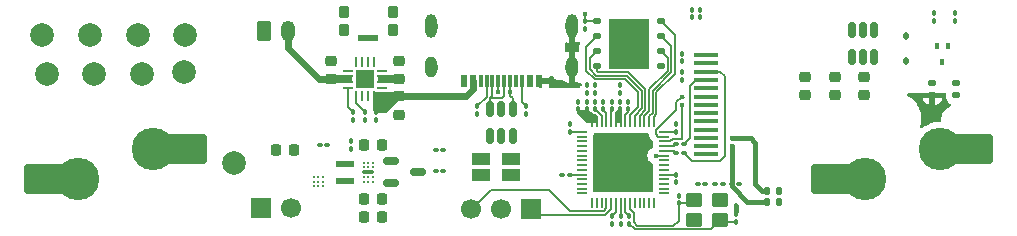
<source format=gbr>
%TF.GenerationSoftware,KiCad,Pcbnew,9.0.3*%
%TF.CreationDate,2025-07-16T18:33:31-04:00*%
%TF.ProjectId,board,626f6172-642e-46b6-9963-61645f706362,rev?*%
%TF.SameCoordinates,Original*%
%TF.FileFunction,Copper,L4,Bot*%
%TF.FilePolarity,Positive*%
%FSLAX46Y46*%
G04 Gerber Fmt 4.6, Leading zero omitted, Abs format (unit mm)*
G04 Created by KiCad (PCBNEW 9.0.3) date 2025-07-16 18:33:31*
%MOMM*%
%LPD*%
G01*
G04 APERTURE LIST*
G04 Aperture macros list*
%AMRoundRect*
0 Rectangle with rounded corners*
0 $1 Rounding radius*
0 $2 $3 $4 $5 $6 $7 $8 $9 X,Y pos of 4 corners*
0 Add a 4 corners polygon primitive as box body*
4,1,4,$2,$3,$4,$5,$6,$7,$8,$9,$2,$3,0*
0 Add four circle primitives for the rounded corners*
1,1,$1+$1,$2,$3*
1,1,$1+$1,$4,$5*
1,1,$1+$1,$6,$7*
1,1,$1+$1,$8,$9*
0 Add four rect primitives between the rounded corners*
20,1,$1+$1,$2,$3,$4,$5,0*
20,1,$1+$1,$4,$5,$6,$7,0*
20,1,$1+$1,$6,$7,$8,$9,0*
20,1,$1+$1,$8,$9,$2,$3,0*%
G04 Aperture macros list end*
%TA.AperFunction,Conductor*%
%ADD10C,0.000000*%
%TD*%
%TA.AperFunction,EtchedComponent*%
%ADD11C,0.000000*%
%TD*%
%TA.AperFunction,SMDPad,CuDef*%
%ADD12RoundRect,0.100000X0.100000X-0.130000X0.100000X0.130000X-0.100000X0.130000X-0.100000X-0.130000X0*%
%TD*%
%TA.AperFunction,SMDPad,CuDef*%
%ADD13RoundRect,0.225000X0.250000X-0.225000X0.250000X0.225000X-0.250000X0.225000X-0.250000X-0.225000X0*%
%TD*%
%TA.AperFunction,SMDPad,CuDef*%
%ADD14C,2.000000*%
%TD*%
%TA.AperFunction,SMDPad,CuDef*%
%ADD15RoundRect,0.100000X-0.100000X0.130000X-0.100000X-0.130000X0.100000X-0.130000X0.100000X0.130000X0*%
%TD*%
%TA.AperFunction,SMDPad,CuDef*%
%ADD16RoundRect,0.225000X-0.250000X0.225000X-0.250000X-0.225000X0.250000X-0.225000X0.250000X0.225000X0*%
%TD*%
%TA.AperFunction,HeatsinkPad*%
%ADD17R,1.600000X1.600000*%
%TD*%
%TA.AperFunction,SMDPad,CuDef*%
%ADD18RoundRect,0.062500X-0.062500X-0.375000X0.062500X-0.375000X0.062500X0.375000X-0.062500X0.375000X0*%
%TD*%
%TA.AperFunction,SMDPad,CuDef*%
%ADD19RoundRect,0.062500X-0.375000X-0.062500X0.375000X-0.062500X0.375000X0.062500X-0.375000X0.062500X0*%
%TD*%
%TA.AperFunction,ComponentPad*%
%ADD20RoundRect,0.250000X-0.350000X-0.625000X0.350000X-0.625000X0.350000X0.625000X-0.350000X0.625000X0*%
%TD*%
%TA.AperFunction,ComponentPad*%
%ADD21O,1.200000X1.750000*%
%TD*%
%TA.AperFunction,SMDPad,CuDef*%
%ADD22RoundRect,0.112500X-0.112500X0.187500X-0.112500X-0.187500X0.112500X-0.187500X0.112500X0.187500X0*%
%TD*%
%TA.AperFunction,SMDPad,CuDef*%
%ADD23RoundRect,0.225000X-0.225000X-0.250000X0.225000X-0.250000X0.225000X0.250000X-0.225000X0.250000X0*%
%TD*%
%TA.AperFunction,SMDPad,CuDef*%
%ADD24RoundRect,0.150000X-0.512500X-0.150000X0.512500X-0.150000X0.512500X0.150000X-0.512500X0.150000X0*%
%TD*%
%TA.AperFunction,SMDPad,CuDef*%
%ADD25C,0.270000*%
%TD*%
%TA.AperFunction,SMDPad,CuDef*%
%ADD26C,0.296800*%
%TD*%
%TA.AperFunction,SMDPad,CuDef*%
%ADD27RoundRect,0.137500X-0.662500X0.137500X-0.662500X-0.137500X0.662500X-0.137500X0.662500X0.137500X0*%
%TD*%
%TA.AperFunction,SMDPad,CuDef*%
%ADD28RoundRect,0.250000X0.450000X0.350000X-0.450000X0.350000X-0.450000X-0.350000X0.450000X-0.350000X0*%
%TD*%
%TA.AperFunction,SMDPad,CuDef*%
%ADD29RoundRect,0.100000X-0.130000X-0.100000X0.130000X-0.100000X0.130000X0.100000X-0.130000X0.100000X0*%
%TD*%
%TA.AperFunction,ConnectorPad*%
%ADD30R,2.000000X0.350000*%
%TD*%
%TA.AperFunction,HeatsinkPad*%
%ADD31R,3.200000X3.200000*%
%TD*%
%TA.AperFunction,SMDPad,CuDef*%
%ADD32RoundRect,0.050000X0.050000X0.387500X-0.050000X0.387500X-0.050000X-0.387500X0.050000X-0.387500X0*%
%TD*%
%TA.AperFunction,SMDPad,CuDef*%
%ADD33RoundRect,0.050000X0.387500X0.050000X-0.387500X0.050000X-0.387500X-0.050000X0.387500X-0.050000X0*%
%TD*%
%TA.AperFunction,SMDPad,CuDef*%
%ADD34RoundRect,0.100000X0.130000X0.100000X-0.130000X0.100000X-0.130000X-0.100000X0.130000X-0.100000X0*%
%TD*%
%TA.AperFunction,ComponentPad*%
%ADD35R,1.700000X1.700000*%
%TD*%
%TA.AperFunction,ComponentPad*%
%ADD36C,1.700000*%
%TD*%
%TA.AperFunction,SMDPad,CuDef*%
%ADD37RoundRect,0.150000X0.150000X-0.512500X0.150000X0.512500X-0.150000X0.512500X-0.150000X-0.512500X0*%
%TD*%
%TA.AperFunction,SMDPad,CuDef*%
%ADD38R,0.600000X1.100000*%
%TD*%
%TA.AperFunction,SMDPad,CuDef*%
%ADD39R,0.300000X1.100000*%
%TD*%
%TA.AperFunction,ComponentPad*%
%ADD40O,1.000000X1.800000*%
%TD*%
%TA.AperFunction,ComponentPad*%
%ADD41O,1.000000X2.000000*%
%TD*%
%TA.AperFunction,SMDPad,CuDef*%
%ADD42RoundRect,0.100000X0.100000X-0.155000X0.100000X0.155000X-0.100000X0.155000X-0.100000X-0.155000X0*%
%TD*%
%TA.AperFunction,SMDPad,CuDef*%
%ADD43RoundRect,0.082500X-0.767500X-0.192500X0.767500X-0.192500X0.767500X0.192500X-0.767500X0.192500X0*%
%TD*%
%TA.AperFunction,SMDPad,CuDef*%
%ADD44RoundRect,0.135000X-0.315000X-0.365000X0.315000X-0.365000X0.315000X0.365000X-0.315000X0.365000X0*%
%TD*%
%TA.AperFunction,ComponentPad*%
%ADD45C,3.600000*%
%TD*%
%TA.AperFunction,SMDPad,CuDef*%
%ADD46RoundRect,0.250000X1.525000X1.000000X-1.525000X1.000000X-1.525000X-1.000000X1.525000X-1.000000X0*%
%TD*%
%TA.AperFunction,SMDPad,CuDef*%
%ADD47RoundRect,0.135000X-0.185000X0.135000X-0.185000X-0.135000X0.185000X-0.135000X0.185000X0.135000X0*%
%TD*%
%TA.AperFunction,SMDPad,CuDef*%
%ADD48RoundRect,0.140000X-0.140000X-0.170000X0.140000X-0.170000X0.140000X0.170000X-0.140000X0.170000X0*%
%TD*%
%TA.AperFunction,SMDPad,CuDef*%
%ADD49RoundRect,0.218750X-0.256250X0.218750X-0.256250X-0.218750X0.256250X-0.218750X0.256250X0.218750X0*%
%TD*%
%TA.AperFunction,SMDPad,CuDef*%
%ADD50RoundRect,0.150000X-0.150000X0.512500X-0.150000X-0.512500X0.150000X-0.512500X0.150000X0.512500X0*%
%TD*%
%TA.AperFunction,SMDPad,CuDef*%
%ADD51R,1.500000X1.000000*%
%TD*%
%TA.AperFunction,SMDPad,CuDef*%
%ADD52RoundRect,0.225000X0.225000X0.250000X-0.225000X0.250000X-0.225000X-0.250000X0.225000X-0.250000X0*%
%TD*%
%TA.AperFunction,SMDPad,CuDef*%
%ADD53RoundRect,0.125000X0.250000X0.125000X-0.250000X0.125000X-0.250000X-0.125000X0.250000X-0.125000X0*%
%TD*%
%TA.AperFunction,HeatsinkPad*%
%ADD54R,3.400000X4.300000*%
%TD*%
%TA.AperFunction,ViaPad*%
%ADD55C,0.450000*%
%TD*%
%TA.AperFunction,ViaPad*%
%ADD56C,0.600000*%
%TD*%
%TA.AperFunction,Conductor*%
%ADD57C,0.200000*%
%TD*%
%TA.AperFunction,Conductor*%
%ADD58C,0.600000*%
%TD*%
%TA.AperFunction,Conductor*%
%ADD59C,0.400000*%
%TD*%
G04 APERTURE END LIST*
D10*
%TA.AperFunction,Conductor*%
%TO.N,VBAT*%
G36*
X50337503Y-26550000D02*
G01*
X48637500Y-26550000D01*
X48637502Y-26149998D01*
X50337503Y-26149998D01*
X50337503Y-26550000D01*
G37*
%TD.AperFunction*%
%TA.AperFunction,Conductor*%
%TO.N,VBUS*%
G36*
X54400000Y-27900000D02*
G01*
X53200000Y-29100000D01*
X52400000Y-29100000D01*
X52200000Y-28900000D01*
X52200000Y-27400000D01*
X54400000Y-27400000D01*
X54400000Y-27900000D01*
G37*
%TD.AperFunction*%
%TA.AperFunction,Conductor*%
%TO.N,VSYS*%
G36*
X54237500Y-26150001D02*
G01*
X54237500Y-26550000D01*
X52537504Y-26550000D01*
X52537500Y-26149997D01*
X54237500Y-26150001D01*
G37*
%TD.AperFunction*%
%TA.AperFunction,Conductor*%
%TO.N,3V3*%
G36*
X73110000Y-29960000D02*
G01*
X72700000Y-29960000D01*
X72700000Y-29210000D01*
X72860000Y-29040000D01*
X73110000Y-29040000D01*
X73110000Y-29960000D01*
G37*
%TD.AperFunction*%
%TA.AperFunction,Conductor*%
G36*
X70300000Y-28920000D02*
G01*
X70690000Y-29340000D01*
X70920000Y-29370000D01*
X71110000Y-29570000D01*
X71110000Y-29970000D01*
X70250000Y-29970000D01*
X69500000Y-29180000D01*
X69500000Y-28910000D01*
X70300000Y-28920000D01*
G37*
%TD.AperFunction*%
D11*
%TA.AperFunction,EtchedComponent*%
%TD*%
%TO.C,NT1*%
G36*
X52092000Y-34348400D02*
G01*
X51295200Y-34348400D01*
X51295200Y-34051600D01*
X52092000Y-34051600D01*
X52092000Y-34348400D01*
G37*
%TD.AperFunction*%
D12*
%TO.P,C18,2*%
%TO.N,VBUS*%
X52400000Y-29125000D03*
%TO.P,C18,1*%
%TO.N,GND*%
X52400000Y-29765000D03*
%TD*%
D13*
%TO.P,C21,2*%
%TO.N,GND*%
X48575001Y-24774999D03*
%TO.P,C21,1*%
%TO.N,VBAT*%
X48575001Y-26324999D03*
%TD*%
%TO.P,C17,1*%
%TO.N,GND*%
X54337501Y-29325004D03*
%TO.P,C17,2*%
%TO.N,VBUS*%
X54337501Y-27775004D03*
%TD*%
D12*
%TO.P,R10,1*%
%TO.N,GND*%
X51437500Y-29769999D03*
%TO.P,R10,2*%
%TO.N,Net-(U4-ISET)*%
X51437500Y-29129999D03*
%TD*%
D14*
%TO.P,TP5,1,1*%
%TO.N,/SNS_~{CHG}*%
X32600000Y-25900000D03*
%TD*%
%TO.P,TP2,1,1*%
%TO.N,VSYS*%
X24500000Y-25900000D03*
%TD*%
D15*
%TO.P,R11,1*%
%TO.N,Net-(U4-TS)*%
X50437502Y-29129999D03*
%TO.P,R11,2*%
%TO.N,GND*%
X50437502Y-29769999D03*
%TD*%
D14*
%TO.P,TP4,1,1*%
%TO.N,/SNS_~{PGOOD}*%
X36250000Y-22600000D03*
%TD*%
D16*
%TO.P,C20,1*%
%TO.N,GND*%
X54337504Y-24774999D03*
%TO.P,C20,2*%
%TO.N,VSYS*%
X54337504Y-26324999D03*
%TD*%
D14*
%TO.P,TP3,1,1*%
%TO.N,VBAT*%
X28150000Y-22600000D03*
%TD*%
D17*
%TO.P,U4,17,VSS*%
%TO.N,GND*%
X51437500Y-26350000D03*
D18*
%TO.P,U4,16,ISET*%
%TO.N,Net-(U4-ISET)*%
X50687500Y-27787500D03*
%TO.P,U4,15,ITERM*%
%TO.N,unconnected-(U4-ITERM-Pad15)*%
X51187500Y-27787500D03*
%TO.P,U4,14,TMR*%
%TO.N,unconnected-(U4-TMR-Pad14)*%
X51687500Y-27787500D03*
%TO.P,U4,13,IN*%
%TO.N,VBUS*%
X52187500Y-27787500D03*
D19*
%TO.P,U4,12,ILIM*%
%TO.N,unconnected-(U4-ILIM-Pad12)*%
X52875000Y-27100000D03*
%TO.P,U4,11,OUT*%
%TO.N,VSYS*%
X52875000Y-26600000D03*
%TO.P,U4,10,OUT*%
X52875000Y-26100000D03*
%TO.P,U4,9,~{CHG}*%
%TO.N,/SNS_~{CHG}*%
X52875000Y-25600000D03*
D18*
%TO.P,U4,8,VSS*%
%TO.N,GND*%
X52187500Y-24912500D03*
%TO.P,U4,7,~{PGOOD}*%
%TO.N,/SNS_~{PGOOD}*%
X51687500Y-24912500D03*
%TO.P,U4,6,EN1*%
%TO.N,VSYS*%
X51187500Y-24912500D03*
%TO.P,U4,5,EN2*%
%TO.N,GND*%
X50687500Y-24912500D03*
D19*
%TO.P,U4,4,~{CE}*%
X50000000Y-25600000D03*
%TO.P,U4,3,BAT*%
%TO.N,VBAT*%
X50000000Y-26100000D03*
%TO.P,U4,2,BAT*%
X50000000Y-26600000D03*
%TO.P,U4,1,TS*%
%TO.N,Net-(U4-TS)*%
X50000000Y-27100000D03*
%TD*%
D20*
%TO.P,J2,1,Pin_1*%
%TO.N,GND*%
X42900001Y-22250000D03*
D21*
%TO.P,J2,2,Pin_2*%
%TO.N,VBAT*%
X44900002Y-22250000D03*
%TD*%
D22*
%TO.P,D1,2,A*%
%TO.N,Net-(D1-A)*%
X97295001Y-24800000D03*
%TO.P,D1,1,K*%
%TO.N,9V*%
X97295001Y-22700000D03*
%TD*%
D14*
%TO.P,TP9,1,1*%
%TO.N,9V*%
X40400000Y-33400000D03*
%TD*%
D23*
%TO.P,C29,1*%
%TO.N,3V3*%
X51387499Y-36500000D03*
%TO.P,C29,2*%
%TO.N,GND*%
X52937499Y-36500000D03*
%TD*%
%TO.P,C27,1*%
%TO.N,VSYS*%
X51387500Y-31899999D03*
%TO.P,C27,2*%
%TO.N,GND*%
X52937500Y-31899999D03*
%TD*%
D24*
%TO.P,U5,1,GND*%
%TO.N,GND*%
X53662500Y-35149999D03*
%TO.P,U5,2,~{RESET}*%
%TO.N,REG_EN*%
X53662500Y-33250001D03*
%TO.P,U5,3,VCC*%
%TO.N,VSYS*%
X55937500Y-34200000D03*
%TD*%
D25*
%TO.P,U6,A1,EN*%
%TO.N,REG_EN*%
X52137501Y-33400000D03*
%TO.P,U6,A2,VIN*%
%TO.N,VSYS*%
X51737501Y-33400001D03*
%TO.P,U6,A3,VIN*%
X51337501Y-33400000D03*
%TO.P,U6,B1,VSEL*%
%TO.N,Net-(U6-AGND)*%
X52137501Y-33800000D03*
%TO.P,U6,B2,LX1*%
%TO.N,Net-(L1-Pad1)*%
X51737501Y-33800000D03*
%TO.P,U6,B3,LX1*%
X51337501Y-33800000D03*
%TO.P,U6,C1,AGND*%
%TO.N,Net-(U6-AGND)*%
X52137501Y-34200000D03*
%TO.P,U6,C2,PGND*%
%TO.N,GND*%
X51737501Y-34200000D03*
%TO.P,U6,C3,PGND*%
X51337501Y-34200000D03*
%TO.P,U6,D1,SCL*%
%TO.N,Net-(U6-AGND)*%
X52137501Y-34600000D03*
%TO.P,U6,D2,LX2*%
%TO.N,Net-(L1-Pad2)*%
X51737501Y-34600000D03*
%TO.P,U6,D3,LX2*%
X51337501Y-34600000D03*
%TO.P,U6,E1,SDA*%
%TO.N,Net-(U6-AGND)*%
X52137501Y-35000000D03*
%TO.P,U6,E2,VOUT*%
%TO.N,3V3*%
X51737501Y-34999999D03*
%TO.P,U6,E3,VOUT*%
X51337501Y-35000000D03*
%TD*%
D23*
%TO.P,C30,1*%
%TO.N,3V3*%
X51387500Y-38000000D03*
%TO.P,C30,2*%
%TO.N,GND*%
X52937500Y-38000000D03*
%TD*%
D26*
%TO.P,NT1,1,1*%
%TO.N,Net-(U6-AGND)*%
X52100000Y-34200000D03*
%TO.P,NT1,2,2*%
%TO.N,GND*%
X51287200Y-34200000D03*
%TD*%
D12*
%TO.P,C28,1*%
%TO.N,VSYS*%
X50262500Y-32219999D03*
%TO.P,C28,2*%
%TO.N,GND*%
X50262500Y-31579999D03*
%TD*%
D27*
%TO.P,L1,1,1*%
%TO.N,Net-(L1-Pad1)*%
X49737500Y-33475001D03*
%TO.P,L1,2,2*%
%TO.N,Net-(L1-Pad2)*%
X49737500Y-34924999D03*
%TD*%
D28*
%TO.P,Y1,4,4*%
%TO.N,GND*%
X81530000Y-36530000D03*
%TO.P,Y1,3,3*%
%TO.N,/XIN*%
X79330000Y-36530000D03*
%TO.P,Y1,2,2*%
%TO.N,GND*%
X79330000Y-38230000D03*
%TO.P,Y1,1,1*%
%TO.N,Net-(C16-Pad2)*%
X81530000Y-38230000D03*
%TD*%
D29*
%TO.P,C25,1*%
%TO.N,3V3*%
X79625000Y-35200000D03*
%TO.P,C25,2*%
%TO.N,GND*%
X80265000Y-35200000D03*
%TD*%
D15*
%TO.P,R12,1*%
%TO.N,GND*%
X78300000Y-24180000D03*
%TO.P,R12,2*%
%TO.N,Net-(DS1-IREF)*%
X78300000Y-24820000D03*
%TD*%
D29*
%TO.P,C23,1*%
%TO.N,3V3*%
X81100000Y-35200000D03*
%TO.P,C23,2*%
%TO.N,GND*%
X81740000Y-35200000D03*
%TD*%
D30*
%TO.P,DS1,13,NC*%
%TO.N,unconnected-(DS1-NC-Pad13)*%
X80300000Y-24300000D03*
%TO.P,DS1,12,VSS*%
%TO.N,GND*%
X80300000Y-25000000D03*
%TO.P,DS1,11,D1*%
%TO.N,/DISP_PIN_MOSI*%
X80300000Y-25700000D03*
%TO.P,DS1,10,D0*%
%TO.N,/DISP_PIN_SCLK*%
X80300000Y-26400000D03*
%TO.P,DS1,9,DC*%
%TO.N,/DISP_PIN_DC*%
X80300000Y-27100000D03*
%TO.P,DS1,8,~{RES}*%
%TO.N,/DISP_PIN_RST*%
X80300000Y-27800000D03*
%TO.P,DS1,7,~{CS}*%
%TO.N,/DISP_PIN_CS*%
X80300000Y-28500000D03*
%TO.P,DS1,6,IREF*%
%TO.N,Net-(DS1-IREF)*%
X80300000Y-29200000D03*
%TO.P,DS1,5,IM1*%
%TO.N,GND*%
X80300000Y-29900000D03*
%TO.P,DS1,4,VDD*%
%TO.N,3V3*%
X80300000Y-30600000D03*
%TO.P,DS1,3,VCOMH*%
%TO.N,Net-(DS1-VCOMH)*%
X80300000Y-31300000D03*
%TO.P,DS1,2,VPP*%
%TO.N,9V*%
X80300000Y-32000000D03*
%TO.P,DS1,1,NC*%
%TO.N,unconnected-(DS1-NC-Pad1)*%
X80300000Y-32700000D03*
%TD*%
D12*
%TO.P,C3,1*%
%TO.N,3V3*%
X70230000Y-27485000D03*
%TO.P,C3,2*%
%TO.N,GND*%
X70230000Y-26845000D03*
%TD*%
%TO.P,C6,2*%
%TO.N,GND*%
X68820000Y-30160000D03*
%TO.P,C6,1*%
%TO.N,3V3*%
X68820000Y-30800000D03*
%TD*%
%TO.P,C12,1*%
%TO.N,1V1*%
X70930762Y-28890000D03*
%TO.P,C12,2*%
%TO.N,GND*%
X70930762Y-28250000D03*
%TD*%
D15*
%TO.P,C11,1*%
%TO.N,GND*%
X70930000Y-26845000D03*
%TO.P,C11,2*%
%TO.N,1V1*%
X70930000Y-27485000D03*
%TD*%
%TO.P,C2,1*%
%TO.N,3V3*%
X73100000Y-37910000D03*
%TO.P,C2,2*%
%TO.N,GND*%
X73100000Y-38550000D03*
%TD*%
D12*
%TO.P,R6,1*%
%TO.N,Net-(U2-USB_DP)*%
X72330761Y-28890002D03*
%TO.P,R6,2*%
%TO.N,/USB_D+*%
X72330761Y-28250002D03*
%TD*%
D15*
%TO.P,C7,2*%
%TO.N,GND*%
X77800000Y-35065000D03*
%TO.P,C7,1*%
%TO.N,3V3*%
X77800000Y-34425000D03*
%TD*%
%TO.P,R7,1*%
%TO.N,/USB_D-*%
X71630763Y-28250000D03*
%TO.P,R7,2*%
%TO.N,Net-(U2-USB_DM)*%
X71630763Y-28890000D03*
%TD*%
D12*
%TO.P,C13,1*%
%TO.N,1V1*%
X73730000Y-28890000D03*
%TO.P,C13,2*%
%TO.N,GND*%
X73730000Y-28250000D03*
%TD*%
D31*
%TO.P,U2,57,GND*%
%TO.N,GND*%
X73300000Y-33400000D03*
D32*
%TO.P,U2,56,QSPI_SS*%
%TO.N,/QSPI_SS*%
X75900000Y-29962500D03*
%TO.P,U2,55,QSPI_SD1*%
%TO.N,/QSPI_SD1*%
X75499999Y-29962500D03*
%TO.P,U2,54,QSPI_SD2*%
%TO.N,/QSPI_SD2*%
X75100000Y-29962500D03*
%TO.P,U2,53,QSPI_SD0*%
%TO.N,/QSPI_SD0*%
X74700000Y-29962500D03*
%TO.P,U2,52,QSPI_SCLK*%
%TO.N,/QSPI_SCLK*%
X74300000Y-29962500D03*
%TO.P,U2,51,QSPI_SD3*%
%TO.N,/QSPI_SD3*%
X73900001Y-29962500D03*
%TO.P,U2,50,DVDD*%
%TO.N,1V1*%
X73500000Y-29962500D03*
%TO.P,U2,49,IOVDD*%
%TO.N,3V3*%
X73100000Y-29962500D03*
%TO.P,U2,48,USB_VDD*%
X72699999Y-29962500D03*
%TO.P,U2,47,USB_DP*%
%TO.N,Net-(U2-USB_DP)*%
X72300000Y-29962500D03*
%TO.P,U2,46,USB_DM*%
%TO.N,Net-(U2-USB_DM)*%
X71900000Y-29962500D03*
%TO.P,U2,45,VREG_VOUT*%
%TO.N,1V1*%
X71500000Y-29962500D03*
%TO.P,U2,44,VREG_IN*%
%TO.N,3V3*%
X71100001Y-29962500D03*
%TO.P,U2,43,ADC_AVDD*%
X70700000Y-29962500D03*
D33*
%TO.P,U2,42,IOVDD*%
X69862500Y-30800000D03*
%TO.P,U2,41,GPIO29_ADC3*%
%TO.N,unconnected-(U2-GPIO29_ADC3-Pad41)*%
X69862500Y-31200001D03*
%TO.P,U2,40,GPIO28_ADC2*%
%TO.N,unconnected-(U2-GPIO28_ADC2-Pad40)*%
X69862500Y-31600000D03*
%TO.P,U2,39,GPIO27_ADC1*%
%TO.N,unconnected-(U2-GPIO27_ADC1-Pad39)*%
X69862500Y-32000000D03*
%TO.P,U2,38,GPIO26_ADC0*%
%TO.N,/SNS_VBAT*%
X69862500Y-32400000D03*
%TO.P,U2,37,GPIO25*%
%TO.N,/SNS_~{CHG}*%
X69862500Y-32799999D03*
%TO.P,U2,36,GPIO24*%
%TO.N,/SNS_~{PGOOD}*%
X69862500Y-33200000D03*
%TO.P,U2,35,GPIO23*%
%TO.N,unconnected-(U2-GPIO23-Pad35)*%
X69862500Y-33600000D03*
%TO.P,U2,34,GPIO22*%
%TO.N,unconnected-(U2-GPIO22-Pad34)*%
X69862500Y-34000001D03*
%TO.P,U2,33,IOVDD*%
%TO.N,3V3*%
X69862500Y-34400000D03*
%TO.P,U2,32,GPIO21*%
%TO.N,unconnected-(U2-GPIO21-Pad32)*%
X69862500Y-34800000D03*
%TO.P,U2,31,GPIO20*%
%TO.N,unconnected-(U2-GPIO20-Pad31)*%
X69862500Y-35200000D03*
%TO.P,U2,30,GPIO19*%
%TO.N,unconnected-(U2-GPIO19-Pad30)*%
X69862500Y-35599999D03*
%TO.P,U2,29,GPIO18*%
%TO.N,unconnected-(U2-GPIO18-Pad29)*%
X69862500Y-36000000D03*
D32*
%TO.P,U2,28,GPIO17*%
%TO.N,unconnected-(U2-GPIO17-Pad28)*%
X70700000Y-36837500D03*
%TO.P,U2,27,GPIO16*%
%TO.N,/SNS_VBAT_EN*%
X71100001Y-36837500D03*
%TO.P,U2,26,RUN*%
%TO.N,Net-(JP1-B)*%
X71500000Y-36837500D03*
%TO.P,U2,25,SWD*%
%TO.N,Net-(J3-Pin_3)*%
X71900000Y-36837500D03*
%TO.P,U2,24,SWCLK*%
%TO.N,Net-(J3-Pin_1)*%
X72300000Y-36837500D03*
%TO.P,U2,23,DVDD*%
%TO.N,1V1*%
X72699999Y-36837500D03*
%TO.P,U2,22,IOVDD*%
%TO.N,3V3*%
X73100000Y-36837500D03*
%TO.P,U2,21,XOUT*%
%TO.N,/XOUT*%
X73500000Y-36837500D03*
%TO.P,U2,20,XIN*%
%TO.N,/XIN*%
X73900001Y-36837500D03*
%TO.P,U2,19,TESTEN*%
%TO.N,GND*%
X74300000Y-36837500D03*
%TO.P,U2,18,GPIO15*%
%TO.N,unconnected-(U2-GPIO15-Pad18)*%
X74700000Y-36837500D03*
%TO.P,U2,17,GPIO14*%
%TO.N,unconnected-(U2-GPIO14-Pad17)*%
X75100000Y-36837500D03*
%TO.P,U2,16,GPIO13*%
%TO.N,unconnected-(U2-GPIO13-Pad16)*%
X75499999Y-36837500D03*
%TO.P,U2,15,GPIO12*%
%TO.N,/BUTTON_MENU*%
X75900000Y-36837500D03*
D33*
%TO.P,U2,14,GPIO11*%
%TO.N,/BUTTON_R*%
X76737500Y-36000000D03*
%TO.P,U2,13,GPIO10*%
%TO.N,/BUTTON_L*%
X76737500Y-35599999D03*
%TO.P,U2,12,GPIO9*%
%TO.N,/AUDIO_I2S_SD*%
X76737500Y-35200000D03*
%TO.P,U2,11,GPIO8*%
%TO.N,/AUDIO_I2S_LRCK*%
X76737500Y-34800000D03*
%TO.P,U2,10,IOVDD*%
%TO.N,3V3*%
X76737500Y-34400000D03*
%TO.P,U2,9,GPIO7*%
%TO.N,/AUDIO_I2S_BCLK*%
X76737500Y-34000001D03*
%TO.P,U2,8,GPIO6*%
%TO.N,/AUDIO_I2S_DOUT*%
X76737500Y-33600000D03*
%TO.P,U2,7,GPIO5*%
%TO.N,/DISP_REG_EN*%
X76737500Y-33200000D03*
%TO.P,U2,6,GPIO4*%
%TO.N,/DISP_PIN_DC*%
X76737500Y-32799999D03*
%TO.P,U2,5,GPIO3*%
%TO.N,Net-(U2-GPIO3)*%
X76737500Y-32400000D03*
%TO.P,U2,4,GPIO2*%
%TO.N,Net-(U2-GPIO2)*%
X76737500Y-32000000D03*
%TO.P,U2,3,GPIO1*%
%TO.N,/DISP_PIN_CS*%
X76737500Y-31600000D03*
%TO.P,U2,2,GPIO0*%
%TO.N,/DISP_PIN_RST*%
X76737500Y-31200001D03*
%TO.P,U2,1,IOVDD*%
%TO.N,3V3*%
X76737500Y-30800000D03*
%TD*%
D15*
%TO.P,C10,1*%
%TO.N,GND*%
X69530000Y-28250000D03*
%TO.P,C10,2*%
%TO.N,3V3*%
X69530000Y-28890000D03*
%TD*%
D12*
%TO.P,C9,1*%
%TO.N,3V3*%
X73030762Y-28890000D03*
%TO.P,C9,2*%
%TO.N,GND*%
X73030762Y-28250000D03*
%TD*%
D15*
%TO.P,C14,1*%
%TO.N,1V1*%
X72400001Y-37910002D03*
%TO.P,C14,2*%
%TO.N,GND*%
X72400001Y-38550002D03*
%TD*%
D12*
%TO.P,C8,1*%
%TO.N,3V3*%
X70230000Y-28890000D03*
%TO.P,C8,2*%
%TO.N,GND*%
X70230000Y-28250000D03*
%TD*%
D34*
%TO.P,C4,2*%
%TO.N,GND*%
X68150000Y-34400000D03*
%TO.P,C4,1*%
%TO.N,3V3*%
X68790000Y-34400000D03*
%TD*%
D12*
%TO.P,C5,2*%
%TO.N,GND*%
X77780000Y-30160000D03*
%TO.P,C5,1*%
%TO.N,3V3*%
X77780000Y-30800000D03*
%TD*%
%TO.P,C1,2*%
%TO.N,GND*%
X73030000Y-26850000D03*
%TO.P,C1,1*%
%TO.N,3V3*%
X73030000Y-27490000D03*
%TD*%
D35*
%TO.P,J4,1,Pin_1*%
%TO.N,Net-(J4-Pin_1)*%
X42625000Y-37200000D03*
D36*
%TO.P,J4,2,Pin_2*%
%TO.N,Net-(J4-Pin_2)*%
X45165000Y-37200000D03*
%TD*%
D37*
%TO.P,U1,1,I/O1*%
%TO.N,/USB_D+*%
X63949999Y-31137500D03*
%TO.P,U1,2,GND*%
%TO.N,GND*%
X63000000Y-31137500D03*
%TO.P,U1,3,I/O2*%
%TO.N,/USB_D-*%
X62050001Y-31137500D03*
%TO.P,U1,4,I/O2*%
%TO.N,Net-(J1-DN1)*%
X62050001Y-28862500D03*
%TO.P,U1,5,VBUS*%
%TO.N,VBUS*%
X63000000Y-28862500D03*
%TO.P,U1,6,I/O1*%
%TO.N,Net-(J1-DP1)*%
X63949999Y-28862500D03*
%TD*%
D12*
%TO.P,R3,1*%
%TO.N,GND*%
X60929999Y-29260000D03*
%TO.P,R3,2*%
%TO.N,Net-(J1-CC1)*%
X60929999Y-28620000D03*
%TD*%
D15*
%TO.P,R2,1*%
%TO.N,Net-(J1-CC2)*%
X65079999Y-28630000D03*
%TO.P,R2,2*%
%TO.N,GND*%
X65079999Y-29270000D03*
%TD*%
%TO.P,R1,1*%
%TO.N,/XOUT*%
X73800000Y-37910000D03*
%TO.P,R1,2*%
%TO.N,Net-(C16-Pad2)*%
X73800000Y-38550000D03*
%TD*%
D38*
%TO.P,J1,A1_B12,GND*%
%TO.N,GND*%
X59800000Y-26450000D03*
%TO.P,J1,A4_B9,VBUS*%
%TO.N,VBUS*%
X60600000Y-26450000D03*
D39*
%TO.P,J1,A5,CC1*%
%TO.N,Net-(J1-CC1)*%
X61750000Y-26450000D03*
%TO.P,J1,A6,DP1*%
%TO.N,Net-(J1-DP1)*%
X62750000Y-26450000D03*
%TO.P,J1,A7,DN1*%
%TO.N,Net-(J1-DN1)*%
X63250000Y-26450000D03*
%TO.P,J1,A8,SBU1*%
%TO.N,unconnected-(J1-SBU1-PadA8)*%
X64250000Y-26450000D03*
D38*
%TO.P,J1,B1_A12,GND*%
%TO.N,GND*%
X66200000Y-26450000D03*
%TO.P,J1,B4_A9,VBUS*%
%TO.N,VBUS*%
X65400000Y-26450000D03*
D39*
%TO.P,J1,B5,CC2*%
%TO.N,Net-(J1-CC2)*%
X64750000Y-26450000D03*
%TO.P,J1,B6,DP2*%
%TO.N,Net-(J1-DP1)*%
X63750000Y-26450000D03*
%TO.P,J1,B7,DN2*%
%TO.N,Net-(J1-DN1)*%
X62250000Y-26450000D03*
%TO.P,J1,B8,SBU2*%
%TO.N,unconnected-(J1-SBU2-PadB8)*%
X61250000Y-26450000D03*
D40*
%TO.P,J1,SH1,SHIELD*%
%TO.N,GND*%
X57050000Y-25300000D03*
%TO.P,J1,SH2,SHIELD*%
X68950000Y-25300000D03*
D41*
%TO.P,J1,SH3,SHIELD*%
X57050000Y-21800000D03*
%TO.P,J1,SH4,SHIELD*%
X68950000Y-21800000D03*
%TD*%
D42*
%TO.P,Q1,3,D*%
%TO.N,Net-(Q1-D)*%
X100345000Y-24845000D03*
%TO.P,Q1,2,S*%
%TO.N,VBAT*%
X100845000Y-23555001D03*
%TO.P,Q1,1,G*%
%TO.N,/SNS_VBAT_EN*%
X99845000Y-23555001D03*
%TD*%
D43*
%TO.P,SW3,SH,B*%
%TO.N,GND*%
X51750001Y-22825000D03*
D44*
%TO.P,SW3,2,2*%
X53800000Y-20600000D03*
X49700002Y-20600000D03*
%TO.P,SW3,1,1*%
%TO.N,/BUTTON_MENU*%
X53800000Y-22200000D03*
X49700002Y-22200000D03*
%TD*%
D12*
%TO.P,C15,2*%
%TO.N,GND*%
X78000000Y-36180000D03*
%TO.P,C15,1*%
%TO.N,/XIN*%
X78000000Y-36820000D03*
%TD*%
D15*
%TO.P,C16,2*%
%TO.N,Net-(C16-Pad2)*%
X82880000Y-38415000D03*
%TO.P,C16,1*%
%TO.N,GND*%
X82880000Y-37775000D03*
%TD*%
D45*
%TO.P,SW1,1,1*%
%TO.N,/BUTTON_L*%
X33510000Y-32240000D03*
%TO.P,SW1,2,2*%
%TO.N,GND*%
X27160000Y-34780000D03*
D46*
%TO.P,SW1,1,1*%
%TO.N,/BUTTON_L*%
X36285000Y-32240000D03*
%TO.P,SW1,2,2*%
%TO.N,GND*%
X24380000Y-34780000D03*
%TD*%
%TO.P,SW2,2,2*%
%TO.N,GND*%
X90980000Y-34780000D03*
%TO.P,SW2,1,1*%
%TO.N,/BUTTON_R*%
X102885000Y-32240000D03*
D45*
%TO.P,SW2,2,2*%
%TO.N,GND*%
X93760000Y-34780000D03*
%TO.P,SW2,1,1*%
%TO.N,/BUTTON_R*%
X100110000Y-32240000D03*
%TD*%
D47*
%TO.P,R14,2*%
%TO.N,GND*%
X99500000Y-27709999D03*
%TO.P,R14,1*%
%TO.N,/SNS_VBAT_EN*%
X99500000Y-26690001D03*
%TD*%
D48*
%TO.P,C22,2*%
%TO.N,GND*%
X86480000Y-36720000D03*
%TO.P,C22,1*%
%TO.N,9V*%
X85520000Y-36720000D03*
%TD*%
D47*
%TO.P,R15,2*%
%TO.N,/DISP_REG_EN*%
X101490000Y-27709999D03*
%TO.P,R15,1*%
%TO.N,GND*%
X101490000Y-26690001D03*
%TD*%
D49*
%TO.P,L2,2,2*%
%TO.N,Net-(D1-A)*%
X93720000Y-27687501D03*
%TO.P,L2,1,1*%
%TO.N,VSYS*%
X93720000Y-26112499D03*
%TD*%
D16*
%TO.P,C35,2*%
%TO.N,GND*%
X91210000Y-27675000D03*
%TO.P,C35,1*%
%TO.N,9V*%
X91210000Y-26125000D03*
%TD*%
D15*
%TO.P,R19,2*%
%TO.N,Net-(U7-FB)*%
X101394999Y-21400000D03*
%TO.P,R19,1*%
%TO.N,GND*%
X101394999Y-20760000D03*
%TD*%
%TO.P,C32,2*%
%TO.N,VSYS*%
X99645000Y-21399999D03*
%TO.P,C32,1*%
%TO.N,GND*%
X99645000Y-20759999D03*
%TD*%
D16*
%TO.P,C31,2*%
%TO.N,VSYS*%
X88700000Y-27675000D03*
%TO.P,C31,1*%
%TO.N,GND*%
X88700000Y-26125000D03*
%TD*%
D50*
%TO.P,U7,6,NC*%
%TO.N,unconnected-(U7-NC-Pad6)*%
X92650001Y-24437500D03*
%TO.P,U7,5,IN*%
%TO.N,VSYS*%
X93600000Y-24437500D03*
%TO.P,U7,4,EN*%
%TO.N,/DISP_REG_EN*%
X94549999Y-24437500D03*
%TO.P,U7,3,FB*%
%TO.N,Net-(U7-FB)*%
X94549999Y-22162500D03*
%TO.P,U7,2,GND*%
%TO.N,GND*%
X93600000Y-22162500D03*
%TO.P,U7,1,SW*%
%TO.N,Net-(D1-A)*%
X92650001Y-22162500D03*
%TD*%
D29*
%TO.P,C24,2*%
%TO.N,GND*%
X83140000Y-35200000D03*
%TO.P,C24,1*%
%TO.N,9V*%
X82500000Y-35200000D03*
%TD*%
D51*
%TO.P,JP2,2,B*%
%TO.N,Net-(JP2-B)*%
X61250000Y-34399999D03*
%TO.P,JP2,1,A*%
%TO.N,GND*%
X61250000Y-33100001D03*
%TD*%
D14*
%TO.P,TP7,1,1*%
%TO.N,3V3*%
X36100000Y-25750000D03*
%TD*%
D29*
%TO.P,R5,2*%
%TO.N,/DISP_PIN_MOSI*%
X78445000Y-32550000D03*
%TO.P,R5,1*%
%TO.N,Net-(U2-GPIO3)*%
X77805000Y-32550000D03*
%TD*%
D15*
%TO.P,R8,2*%
%TO.N,/QSPI_SS*%
X79800000Y-21075000D03*
%TO.P,R8,1*%
%TO.N,3V3*%
X79800000Y-20435000D03*
%TD*%
D34*
%TO.P,R16,1*%
%TO.N,/SNS_VBAT*%
X58075000Y-34100000D03*
%TO.P,R16,2*%
%TO.N,Net-(Q1-D)*%
X57435000Y-34100000D03*
%TD*%
%TO.P,R17,1*%
%TO.N,GND*%
X58075000Y-32350000D03*
%TO.P,R17,2*%
%TO.N,/SNS_VBAT*%
X57435000Y-32350000D03*
%TD*%
%TO.P,C34,1*%
%TO.N,3V3*%
X48250000Y-31940000D03*
%TO.P,C34,2*%
%TO.N,GND*%
X47610000Y-31940000D03*
%TD*%
D52*
%TO.P,C33,1*%
%TO.N,GND*%
X45475000Y-32320000D03*
%TO.P,C33,2*%
%TO.N,3V3*%
X43925000Y-32320000D03*
%TD*%
D25*
%TO.P,U8,A1,~{SD_MODE}*%
%TO.N,/AUDIO_I2S_SD*%
X47900000Y-34600000D03*
%TO.P,U8,A2,VDD*%
%TO.N,3V3*%
X47500000Y-34600000D03*
%TO.P,U8,A3,OUTP*%
%TO.N,Net-(J4-Pin_1)*%
X47100000Y-34600000D03*
%TO.P,U8,B1,DIN*%
%TO.N,/AUDIO_I2S_DOUT*%
X47900000Y-35000000D03*
%TO.P,U8,B2,GAIN_SLOT*%
%TO.N,GND*%
X47500000Y-35000000D03*
%TO.P,U8,B3,OUTN*%
%TO.N,Net-(J4-Pin_2)*%
X47100000Y-35000000D03*
%TO.P,U8,C1,BCLK*%
%TO.N,/AUDIO_I2S_BCLK*%
X47900000Y-35400000D03*
%TO.P,U8,C2,GND*%
%TO.N,GND*%
X47500000Y-35400000D03*
%TO.P,U8,C3,LRCLK*%
%TO.N,/AUDIO_I2S_LRCK*%
X47100000Y-35400000D03*
%TD*%
D14*
%TO.P,TP6,1,1*%
%TO.N,REG_EN*%
X28550000Y-25900000D03*
%TD*%
D15*
%TO.P,C19,1*%
%TO.N,3V3*%
X70100000Y-21425000D03*
%TO.P,C19,2*%
%TO.N,GND*%
X70100000Y-22065000D03*
%TD*%
D34*
%TO.P,R4,2*%
%TO.N,Net-(U2-GPIO2)*%
X77805000Y-31850000D03*
%TO.P,R4,1*%
%TO.N,/DISP_PIN_SCLK*%
X78445000Y-31850000D03*
%TD*%
D15*
%TO.P,R9,2*%
%TO.N,/QSPI_SS*%
X79100000Y-21075000D03*
%TO.P,R9,1*%
%TO.N,Net-(JP2-B)*%
X79100000Y-20435000D03*
%TD*%
D14*
%TO.P,TP1,1,1*%
%TO.N,VBUS*%
X24100000Y-22600000D03*
%TD*%
%TO.P,TP8,1,1*%
%TO.N,/SNS_VBAT*%
X32200000Y-22600000D03*
%TD*%
D51*
%TO.P,JP1,2,B*%
%TO.N,Net-(JP1-B)*%
X63800000Y-34400000D03*
%TO.P,JP1,1,A*%
%TO.N,GND*%
X63800000Y-33100002D03*
%TD*%
D36*
%TO.P,J3,3,Pin_3*%
%TO.N,Net-(J3-Pin_3)*%
X60460001Y-37300000D03*
%TO.P,J3,2,Pin_2*%
%TO.N,GND*%
X63000000Y-37300000D03*
D35*
%TO.P,J3,1,Pin_1*%
%TO.N,Net-(J3-Pin_1)*%
X65540000Y-37300000D03*
%TD*%
D53*
%TO.P,U3,1,~{CS}*%
%TO.N,/QSPI_SS*%
X76500000Y-21410000D03*
%TO.P,U3,2,DO/IO_{1}*%
%TO.N,/QSPI_SD1*%
X76500000Y-22680000D03*
%TO.P,U3,3,~{WP}/IO_{2}*%
%TO.N,/QSPI_SD2*%
X76500000Y-23950000D03*
%TO.P,U3,4,GND*%
%TO.N,GND*%
X76500000Y-25220000D03*
%TO.P,U3,5,DI/IO_{0}*%
%TO.N,/QSPI_SD0*%
X71100000Y-25220000D03*
%TO.P,U3,6,CLK*%
%TO.N,/QSPI_SCLK*%
X71100000Y-23950000D03*
%TO.P,U3,7,~{HOLD}/~{RESET}/IO_{3}*%
%TO.N,/QSPI_SD3*%
X71100000Y-22680000D03*
%TO.P,U3,8,VCC*%
%TO.N,3V3*%
X71100000Y-21410000D03*
D54*
%TO.P,U3,9*%
%TO.N,N/C*%
X73800000Y-23315000D03*
%TD*%
D15*
%TO.P,R13,2*%
%TO.N,/DISP_PIN_CS*%
X78300000Y-26375000D03*
%TO.P,R13,1*%
%TO.N,3V3*%
X78300000Y-25735000D03*
%TD*%
D48*
%TO.P,C26,2*%
%TO.N,GND*%
X86480000Y-35800000D03*
%TO.P,C26,1*%
%TO.N,Net-(DS1-VCOMH)*%
X85520000Y-35800000D03*
%TD*%
D55*
%TO.N,9V*%
X82500000Y-32000000D03*
X80300000Y-32000000D03*
%TO.N,Net-(DS1-IREF)*%
X80300000Y-29200000D03*
X78300000Y-24800000D03*
%TO.N,Net-(DS1-VCOMH)*%
X82500000Y-31300000D03*
X80300000Y-31300000D03*
%TO.N,3V3*%
X77800000Y-34425000D03*
X79625000Y-35200000D03*
X81075000Y-35200000D03*
%TO.N,/DISP_PIN_CS*%
X78300000Y-26375000D03*
%TO.N,3V3*%
X78300000Y-25735000D03*
%TO.N,/DISP_PIN_RST*%
X78300000Y-27800000D03*
%TO.N,GND*%
X80300000Y-29900000D03*
%TO.N,3V3*%
X70100000Y-20800000D03*
%TO.N,/DISP_PIN_DC*%
X80300000Y-27100000D03*
%TO.N,3V3*%
X77780000Y-30800000D03*
X80300000Y-30600000D03*
%TO.N,/DISP_PIN_RST*%
X80300000Y-27800000D03*
%TO.N,/DISP_PIN_CS*%
X78300000Y-28500000D03*
X80300000Y-28500000D03*
D56*
%TO.N,/USB_D+*%
X63949999Y-31137500D03*
%TO.N,/USB_D-*%
X62050001Y-31137500D03*
D55*
%TO.N,1V1*%
X70930000Y-27485000D03*
%TO.N,3V3*%
X70230000Y-28890000D03*
X70230069Y-27474999D03*
%TO.N,1V1*%
X70930762Y-28890000D03*
%TO.N,/USB_D-*%
X71630763Y-28250000D03*
%TO.N,/USB_D+*%
X72330761Y-28250002D03*
%TO.N,3V3*%
X73020000Y-27490000D03*
X73020000Y-28890000D03*
D56*
%TO.N,VBUS*%
X63000000Y-28862500D03*
X65400000Y-26450000D03*
X60600000Y-26450000D03*
D55*
%TO.N,Net-(J1-DP1)*%
X63750000Y-27450000D03*
X62750000Y-27450000D03*
%TO.N,/DISP_PIN_DC*%
X76100000Y-32800000D03*
%TD*%
D57*
%TO.N,Net-(U4-ISET)*%
X51429997Y-29129997D02*
X50687501Y-28387501D01*
X51437501Y-29129997D02*
X51429997Y-29129997D01*
X50687501Y-28387501D02*
X50687501Y-27787500D01*
%TO.N,Net-(J3-Pin_1)*%
X66040000Y-37800000D02*
X65540000Y-37300000D01*
X71798999Y-37800000D02*
X66040000Y-37800000D01*
X72300000Y-36837500D02*
X72300000Y-37298999D01*
X72300000Y-37298999D02*
X71798999Y-37800000D01*
%TO.N,Net-(J3-Pin_3)*%
X71655352Y-37476000D02*
X71900000Y-37231352D01*
X68776000Y-37476000D02*
X71655352Y-37476000D01*
X62100000Y-35700000D02*
X67000000Y-35700000D01*
X67000000Y-35700000D02*
X68776000Y-37476000D01*
X60500000Y-37300000D02*
X62100000Y-35700000D01*
X71900000Y-37231352D02*
X71900000Y-36837500D01*
X60460001Y-37300000D02*
X60500000Y-37300000D01*
D58*
%TO.N,VBAT*%
X47524999Y-26324999D02*
X44900002Y-23700002D01*
X48575001Y-26324999D02*
X47524999Y-26324999D01*
X44900002Y-23700002D02*
X44900002Y-22250000D01*
D57*
%TO.N,VBUS*%
X54337501Y-28012499D02*
X54337501Y-27775004D01*
X53225000Y-29125000D02*
X54337501Y-28012499D01*
X52400000Y-29125000D02*
X53225000Y-29125000D01*
X54325005Y-27787500D02*
X54337501Y-27775004D01*
X52187500Y-27787500D02*
X54325005Y-27787500D01*
D58*
X54337501Y-27775004D02*
X60024996Y-27775004D01*
D57*
X52187500Y-28912500D02*
X52187500Y-27787500D01*
X52400000Y-29125000D02*
X52187500Y-28912500D01*
X54262502Y-27700000D02*
X54337500Y-27774998D01*
X52187500Y-28287500D02*
X52187500Y-27700000D01*
X54337500Y-27774998D02*
X54337500Y-28062500D01*
D58*
X60024996Y-27775004D02*
X60600000Y-27200000D01*
X60600000Y-27200000D02*
X60600000Y-26450000D01*
D57*
X54325003Y-27787499D02*
X54337500Y-27774998D01*
%TO.N,VBAT*%
X48900000Y-26099999D02*
X48575003Y-26424999D01*
%TO.N,1V1*%
X72400001Y-37910002D02*
X72699999Y-37610004D01*
X72699999Y-37610004D02*
X72699999Y-36837500D01*
%TO.N,3V3*%
X73100000Y-37910000D02*
X73100000Y-36837500D01*
D59*
%TO.N,9V*%
X82500000Y-35399999D02*
X83820001Y-36720000D01*
X82500000Y-35200000D02*
X82500000Y-35399999D01*
X82500000Y-35200000D02*
X82500000Y-32000000D01*
X85520000Y-36720000D02*
X83820001Y-36720000D01*
D57*
%TO.N,Net-(U4-TS)*%
X50437502Y-29129997D02*
X50000000Y-28692501D01*
X50000000Y-28692501D02*
X50000000Y-27100000D01*
%TO.N,/DISP_PIN_RST*%
X77800000Y-28300000D02*
X78300000Y-27800000D01*
X76099000Y-30644648D02*
X77800000Y-28943648D01*
X76099000Y-30999001D02*
X76099000Y-30644648D01*
X76300000Y-31200001D02*
X76099000Y-30999001D01*
X77800000Y-28943648D02*
X77800000Y-28300000D01*
X76737500Y-31200001D02*
X76300000Y-31200001D01*
%TO.N,/DISP_PIN_CS*%
X77500000Y-31400000D02*
X77300000Y-31600000D01*
X77300000Y-31600000D02*
X76737500Y-31600000D01*
X78300000Y-28500000D02*
X78300000Y-31400000D01*
X78300000Y-31400000D02*
X77500000Y-31400000D01*
D59*
%TO.N,Net-(DS1-VCOMH)*%
X85100000Y-35800000D02*
X85520000Y-35800000D01*
X84500000Y-35200000D02*
X85100000Y-35800000D01*
X84500000Y-31700000D02*
X84500000Y-35200000D01*
D57*
%TO.N,Net-(DS1-IREF)*%
X78300000Y-24820000D02*
X78300000Y-24800000D01*
%TO.N,3V3*%
X77775000Y-34400000D02*
X77800000Y-34425000D01*
X76737500Y-34400000D02*
X77775000Y-34400000D01*
X81025000Y-35200000D02*
X81000000Y-35200000D01*
%TO.N,/XIN*%
X74201000Y-37652550D02*
X73900001Y-37351551D01*
X74201000Y-38411000D02*
X74201000Y-37652550D01*
X74519000Y-38729000D02*
X74201000Y-38411000D01*
X77571000Y-38729000D02*
X74519000Y-38729000D01*
X78000000Y-38300000D02*
X77571000Y-38729000D01*
X78000000Y-36820000D02*
X78000000Y-38300000D01*
X73900001Y-37351551D02*
X73900001Y-36837500D01*
X79040000Y-36820000D02*
X78000000Y-36820000D01*
X79330000Y-36530000D02*
X79040000Y-36820000D01*
%TO.N,/DISP_PIN_MOSI*%
X81500000Y-25700000D02*
X81900000Y-26100000D01*
X80300000Y-25700000D02*
X81500000Y-25700000D01*
%TO.N,/DISP_PIN_SCLK*%
X79500000Y-26400000D02*
X80300000Y-26400000D01*
X79000000Y-26900000D02*
X79500000Y-26400000D01*
X79000000Y-31295000D02*
X79000000Y-26900000D01*
X78445000Y-31850000D02*
X79000000Y-31295000D01*
%TO.N,/DISP_PIN_RST*%
X78300000Y-27800000D02*
X78500000Y-27800000D01*
%TO.N,/QSPI_SD3*%
X70914322Y-26340000D02*
X70200000Y-25625678D01*
X73491423Y-26340000D02*
X70914322Y-26340000D01*
X74595000Y-28683450D02*
X74595000Y-27443577D01*
X74595000Y-27443577D02*
X73491423Y-26340000D01*
X73900001Y-29378449D02*
X74595000Y-28683450D01*
X70200000Y-25625678D02*
X70200000Y-23580000D01*
X73900001Y-29962500D02*
X73900001Y-29378449D01*
X70200000Y-23580000D02*
X71100000Y-22680000D01*
%TO.N,/QSPI_SCLK*%
X74896000Y-28808128D02*
X74300000Y-29404128D01*
X74896000Y-27318899D02*
X74896000Y-28808128D01*
X73616101Y-26039000D02*
X74896000Y-27318899D01*
X70500000Y-25500000D02*
X71039000Y-26039000D01*
X74300000Y-29404128D02*
X74300000Y-29962500D01*
X70500000Y-24550000D02*
X70500000Y-25500000D01*
X71100000Y-23950000D02*
X70500000Y-24550000D01*
X71039000Y-26039000D02*
X73616101Y-26039000D01*
%TO.N,/QSPI_SD0*%
X71163678Y-25738000D02*
X71100000Y-25674322D01*
X73740779Y-25738000D02*
X71163678Y-25738000D01*
X75197000Y-28932806D02*
X75197000Y-27194221D01*
X74700000Y-29429806D02*
X75197000Y-28932806D01*
X75197000Y-27194221D02*
X73740779Y-25738000D01*
X71100000Y-25674322D02*
X71100000Y-25220000D01*
X74700000Y-29962500D02*
X74700000Y-29429806D01*
%TO.N,/QSPI_SS*%
X77678000Y-22588000D02*
X76500000Y-21410000D01*
X76100000Y-27451356D02*
X77678000Y-25873356D01*
X77678000Y-25873356D02*
X77678000Y-22588000D01*
X76100000Y-29306840D02*
X76100000Y-27451356D01*
X75900000Y-29506840D02*
X76100000Y-29306840D01*
X75900000Y-29962500D02*
X75900000Y-29506840D01*
%TO.N,/QSPI_SD1*%
X75799000Y-27326678D02*
X77377000Y-25748678D01*
X77377000Y-23557000D02*
X76500000Y-22680000D01*
X75799000Y-29182162D02*
X75799000Y-27326678D01*
X75499999Y-29481163D02*
X75799000Y-29182162D01*
X75499999Y-29962500D02*
X75499999Y-29481163D01*
X77377000Y-25748678D02*
X77377000Y-23557000D01*
%TO.N,/QSPI_SD2*%
X75498000Y-29057484D02*
X75100000Y-29455484D01*
X75498000Y-27202000D02*
X75498000Y-29057484D01*
X77076000Y-25624000D02*
X75498000Y-27202000D01*
X75100000Y-29455484D02*
X75100000Y-29962500D01*
X77076000Y-24526000D02*
X77076000Y-25624000D01*
X76500000Y-23950000D02*
X77076000Y-24526000D01*
%TO.N,3V3*%
X70100000Y-21425000D02*
X70100000Y-20800000D01*
X70100000Y-21425000D02*
X71085000Y-21425000D01*
X71085000Y-21425000D02*
X71100000Y-21410000D01*
%TO.N,/DISP_PIN_MOSI*%
X79182500Y-33260000D02*
X81500000Y-33260000D01*
X81900000Y-32860000D02*
X81900000Y-26100000D01*
X78472500Y-32550000D02*
X79182500Y-33260000D01*
X81500000Y-33260000D02*
X81900000Y-32860000D01*
X78445000Y-32550000D02*
X78472500Y-32550000D01*
%TO.N,Net-(U2-GPIO3)*%
X77655000Y-32400000D02*
X77805000Y-32550000D01*
X76737500Y-32400000D02*
X77655000Y-32400000D01*
%TO.N,Net-(U2-GPIO2)*%
X77655000Y-32000000D02*
X77805000Y-31850000D01*
X76737500Y-32000000D02*
X77655000Y-32000000D01*
%TO.N,/XIN*%
X78770000Y-36530000D02*
X79330000Y-36530000D01*
%TO.N,Net-(C16-Pad2)*%
X80730000Y-39030000D02*
X81530000Y-38230000D01*
X73800000Y-38550000D02*
X74280000Y-39030000D01*
X74280000Y-39030000D02*
X80730000Y-39030000D01*
%TO.N,/XOUT*%
X73500000Y-37610000D02*
X73800000Y-37910000D01*
X73500000Y-36837500D02*
X73500000Y-37610000D01*
%TO.N,Net-(C16-Pad2)*%
X82880000Y-38415000D02*
X81715000Y-38415000D01*
X81715000Y-38415000D02*
X81530000Y-38230000D01*
%TO.N,/XIN*%
X79330000Y-36530000D02*
X79655000Y-36205000D01*
%TO.N,3V3*%
X68820000Y-30800000D02*
X69862500Y-30800000D01*
X76737500Y-30800000D02*
X77780000Y-30800000D01*
%TO.N,/QSPI_SCLK*%
X74300000Y-29962502D02*
X74300000Y-29571575D01*
%TO.N,/QSPI_SD2*%
X75099999Y-29962500D02*
X75100000Y-29935180D01*
%TO.N,3V3*%
X69530000Y-29200000D02*
X69530000Y-28890000D01*
X70292500Y-29962500D02*
X69530000Y-29200000D01*
X70700000Y-29962500D02*
X70292500Y-29962500D01*
X71100001Y-29962500D02*
X70700000Y-29962500D01*
X68790000Y-34400000D02*
X69862500Y-34400000D01*
X72699999Y-29962500D02*
X73100000Y-29962500D01*
X72699999Y-29220763D02*
X73030762Y-28890000D01*
%TO.N,1V1*%
X73730000Y-29122772D02*
X73730000Y-28890000D01*
%TO.N,3V3*%
X73100000Y-28959238D02*
X73030762Y-28890000D01*
%TO.N,1V1*%
X73500000Y-29352772D02*
X73730000Y-29122772D01*
%TO.N,3V3*%
X72699999Y-29962500D02*
X72699999Y-29220763D01*
%TO.N,1V1*%
X73500000Y-29962500D02*
X73500000Y-29352772D01*
%TO.N,3V3*%
X73100000Y-29962500D02*
X73100000Y-28959238D01*
%TO.N,/QSPI_SCLK*%
X74300000Y-29962500D02*
X74300000Y-29571575D01*
%TO.N,3V3*%
X73020000Y-28890000D02*
X73100000Y-28970000D01*
X73030000Y-27490000D02*
X73020000Y-27490000D01*
X70230000Y-27485000D02*
X70230000Y-27475068D01*
X70230000Y-27475068D02*
X70230069Y-27474999D01*
X70230000Y-28890000D02*
X70230000Y-28897759D01*
X70723241Y-29391000D02*
X70921000Y-29391000D01*
X71100001Y-29570001D02*
X71100001Y-29962500D01*
X70921000Y-29391000D02*
X71100001Y-29570001D01*
X70230000Y-28897759D02*
X70723241Y-29391000D01*
%TO.N,1V1*%
X71500000Y-29962500D02*
X71500000Y-29459238D01*
X71500000Y-29459238D02*
X70930762Y-28890000D01*
%TO.N,Net-(U2-USB_DP)*%
X72300000Y-29962500D02*
X72300000Y-28920763D01*
X72300000Y-28920763D02*
X72330761Y-28890002D01*
%TO.N,Net-(J1-DN1)*%
X63050000Y-27950000D02*
X63250000Y-27750000D01*
X62450000Y-27950000D02*
X63050000Y-27950000D01*
X62449999Y-27949999D02*
X62450000Y-27950000D01*
X62050001Y-27949999D02*
X62449999Y-27949999D01*
X63250000Y-27750000D02*
X63250000Y-26450000D01*
X62050001Y-27949999D02*
X62050001Y-28862500D01*
X62250000Y-27750000D02*
X62050001Y-27949999D01*
%TO.N,Net-(J1-CC2)*%
X64750000Y-28300001D02*
X64750000Y-26450000D01*
X65079999Y-28630000D02*
X64750000Y-28300001D01*
%TO.N,Net-(J1-CC1)*%
X61750000Y-27799999D02*
X61750000Y-26450000D01*
X60929999Y-28620000D02*
X61750000Y-27799999D01*
%TO.N,Net-(J1-DP1)*%
X63950000Y-27950000D02*
X63950000Y-28862499D01*
X63750000Y-27750000D02*
X63950000Y-27950000D01*
X63950000Y-28862499D02*
X63949999Y-28862500D01*
X63750000Y-27250000D02*
X63750000Y-27750000D01*
%TO.N,Net-(J1-DN1)*%
X62250000Y-26450000D02*
X62250000Y-27750000D01*
X62100000Y-28812501D02*
X62050001Y-28862500D01*
%TO.N,Net-(J1-DP1)*%
X63750000Y-27250000D02*
X63750000Y-26450000D01*
X62750000Y-26450000D02*
X62750000Y-27250000D01*
%TO.N,Net-(C16-Pad2)*%
X80750000Y-39010000D02*
X81530000Y-38230000D01*
%TO.N,Net-(U2-USB_DM)*%
X71630763Y-28890000D02*
X71900000Y-29159237D01*
X71900000Y-29159237D02*
X71900000Y-29962500D01*
%TO.N,/DISP_PIN_DC*%
X76100001Y-32799999D02*
X76100000Y-32800000D01*
X76737500Y-32799999D02*
X76100001Y-32799999D01*
%TO.N,Net-(DS1-VCOMH)*%
X82500000Y-31300000D02*
X82600000Y-31300000D01*
D59*
X82500000Y-31300000D02*
X84100000Y-31300000D01*
X84100000Y-31300000D02*
X84500000Y-31700000D01*
D57*
%TO.N,VBAT*%
X50000000Y-26599999D02*
X50000000Y-26100000D01*
X50000000Y-26100000D02*
X48900000Y-26099999D01*
X48750000Y-26599999D02*
X50000000Y-26599999D01*
X48575003Y-26424999D02*
X48750000Y-26599999D01*
%TO.N,VSYS*%
X52875000Y-26599999D02*
X52875000Y-26100000D01*
X52875000Y-26599999D02*
X54162500Y-26599999D01*
X54162500Y-26599999D02*
X54337500Y-26425001D01*
X52875000Y-26100000D02*
X54012500Y-26100000D01*
X54012500Y-26100000D02*
X54337500Y-26425001D01*
%TD*%
%TA.AperFunction,Conductor*%
%TO.N,GND*%
G36*
X82858312Y-36799195D02*
G01*
X82871643Y-36797279D01*
X82891788Y-36806478D01*
X82913425Y-36811185D01*
X82931149Y-36824452D01*
X82935200Y-36826302D01*
X82941676Y-36832331D01*
X83043682Y-36934337D01*
X83077166Y-36995658D01*
X83080000Y-37022017D01*
X83080000Y-37560500D01*
X83060315Y-37627539D01*
X83007511Y-37673294D01*
X82956000Y-37684500D01*
X82804000Y-37684500D01*
X82736961Y-37664815D01*
X82691206Y-37612011D01*
X82680000Y-37560500D01*
X82680000Y-37016362D01*
X82699685Y-36949323D01*
X82716319Y-36928681D01*
X82732085Y-36912914D01*
X82736237Y-36898772D01*
X82737817Y-36876684D01*
X82745888Y-36865902D01*
X82749682Y-36852980D01*
X82766416Y-36838478D01*
X82779688Y-36820750D01*
X82792307Y-36816043D01*
X82802485Y-36807224D01*
X82824402Y-36804072D01*
X82845152Y-36796333D01*
X82858312Y-36799195D01*
G37*
%TD.AperFunction*%
%TA.AperFunction,Conductor*%
G36*
X75318429Y-30889874D02*
G01*
X75318435Y-30889877D01*
X75389288Y-30898385D01*
X75453497Y-30925920D01*
X75492630Y-30983803D01*
X75498499Y-31021499D01*
X75498499Y-31078055D01*
X75498498Y-31078055D01*
X75500949Y-31087203D01*
X75539423Y-31230786D01*
X75543312Y-31237522D01*
X75552512Y-31253458D01*
X75552513Y-31253459D01*
X75618475Y-31367710D01*
X75618481Y-31367718D01*
X75737349Y-31486586D01*
X75737355Y-31486591D01*
X75763181Y-31512417D01*
X75796666Y-31573740D01*
X75799500Y-31600098D01*
X75799500Y-31693102D01*
X75804338Y-31733392D01*
X75810561Y-31785217D01*
X75810561Y-31814783D01*
X75804718Y-31863440D01*
X75799500Y-31906898D01*
X75799500Y-31906903D01*
X75799500Y-32061957D01*
X75779815Y-32128996D01*
X75744391Y-32165059D01*
X75637521Y-32236467D01*
X75637517Y-32236470D01*
X75536470Y-32337517D01*
X75536467Y-32337521D01*
X75457074Y-32456340D01*
X75457069Y-32456349D01*
X75402381Y-32588379D01*
X75402379Y-32588385D01*
X75374500Y-32728542D01*
X75374500Y-32728545D01*
X75374500Y-32871455D01*
X75374500Y-32871457D01*
X75374499Y-32871457D01*
X75402379Y-33011614D01*
X75402381Y-33011620D01*
X75457069Y-33143650D01*
X75457074Y-33143659D01*
X75536467Y-33262478D01*
X75536470Y-33262482D01*
X75637517Y-33363529D01*
X75637525Y-33363535D01*
X75744390Y-33434940D01*
X75789196Y-33488552D01*
X75799500Y-33538042D01*
X75799500Y-33693102D01*
X75805194Y-33740518D01*
X75810561Y-33785217D01*
X75810561Y-33814783D01*
X75807142Y-33843258D01*
X75799500Y-33906899D01*
X75799500Y-34093103D01*
X75805536Y-34143368D01*
X75810561Y-34185217D01*
X75810561Y-34214783D01*
X75807610Y-34239361D01*
X75799500Y-34306898D01*
X75799500Y-34493102D01*
X75802707Y-34519807D01*
X75810561Y-34585217D01*
X75810561Y-34614783D01*
X75807120Y-34643445D01*
X75799500Y-34706898D01*
X75799500Y-34893102D01*
X75803682Y-34927924D01*
X75810561Y-34985217D01*
X75810561Y-35014783D01*
X75805156Y-35059797D01*
X75799500Y-35106898D01*
X75799500Y-35293102D01*
X75805588Y-35343796D01*
X75810561Y-35385216D01*
X75810561Y-35414782D01*
X75804820Y-35462595D01*
X75799500Y-35506897D01*
X75799500Y-35693101D01*
X75805442Y-35742585D01*
X75808848Y-35770949D01*
X75797296Y-35839857D01*
X75750323Y-35891581D01*
X75682843Y-35909698D01*
X75670949Y-35908848D01*
X75639225Y-35905038D01*
X75593101Y-35899500D01*
X75406897Y-35899500D01*
X75363439Y-35904718D01*
X75314782Y-35910561D01*
X75285216Y-35910561D01*
X75241087Y-35905262D01*
X75193102Y-35899500D01*
X75006898Y-35899500D01*
X74963440Y-35904718D01*
X74914783Y-35910561D01*
X74885217Y-35910561D01*
X74836559Y-35904718D01*
X74793102Y-35899500D01*
X74606898Y-35899500D01*
X74546228Y-35906785D01*
X74512679Y-35910814D01*
X74483113Y-35910814D01*
X74393055Y-35900000D01*
X74206945Y-35900000D01*
X74116887Y-35910814D01*
X74087321Y-35910814D01*
X74062741Y-35907862D01*
X73993103Y-35899500D01*
X73806899Y-35899500D01*
X73767188Y-35904268D01*
X73714783Y-35910561D01*
X73685217Y-35910561D01*
X73636559Y-35904718D01*
X73593102Y-35899500D01*
X73406898Y-35899500D01*
X73363440Y-35904718D01*
X73314783Y-35910561D01*
X73285217Y-35910561D01*
X73236559Y-35904718D01*
X73193102Y-35899500D01*
X73006898Y-35899500D01*
X72967187Y-35904268D01*
X72914782Y-35910561D01*
X72885216Y-35910561D01*
X72836558Y-35904718D01*
X72793101Y-35899500D01*
X72606897Y-35899500D01*
X72563439Y-35904718D01*
X72514782Y-35910561D01*
X72485216Y-35910561D01*
X72441087Y-35905262D01*
X72393102Y-35899500D01*
X72206898Y-35899500D01*
X72163440Y-35904718D01*
X72114783Y-35910561D01*
X72085217Y-35910561D01*
X72036559Y-35904718D01*
X71993102Y-35899500D01*
X71806898Y-35899500D01*
X71763440Y-35904718D01*
X71714783Y-35910561D01*
X71685217Y-35910561D01*
X71636559Y-35904718D01*
X71593102Y-35899500D01*
X71406898Y-35899500D01*
X71363440Y-35904718D01*
X71314783Y-35910561D01*
X71285217Y-35910561D01*
X71241088Y-35905262D01*
X71193103Y-35899500D01*
X71006899Y-35899500D01*
X70977069Y-35903082D01*
X70929048Y-35908848D01*
X70860140Y-35897296D01*
X70808417Y-35850323D01*
X70790300Y-35782843D01*
X70791149Y-35770965D01*
X70800500Y-35693101D01*
X70800500Y-35506897D01*
X70789877Y-35418435D01*
X70789876Y-35418433D01*
X70789438Y-35414784D01*
X70789438Y-35385214D01*
X70789876Y-35381566D01*
X70789877Y-35381564D01*
X70800500Y-35293102D01*
X70800500Y-35106898D01*
X70799893Y-35101847D01*
X70796709Y-35075326D01*
X70789877Y-35018436D01*
X70789876Y-35018434D01*
X70789438Y-35014785D01*
X70789438Y-34985215D01*
X70789876Y-34981565D01*
X70789877Y-34981564D01*
X70800500Y-34893102D01*
X70800500Y-34706898D01*
X70789877Y-34618436D01*
X70789876Y-34618434D01*
X70789438Y-34614785D01*
X70789438Y-34585215D01*
X70789876Y-34581565D01*
X70789877Y-34581564D01*
X70800500Y-34493102D01*
X70800500Y-34306898D01*
X70789877Y-34218436D01*
X70789876Y-34218434D01*
X70789438Y-34214785D01*
X70789438Y-34185215D01*
X70789876Y-34181567D01*
X70789877Y-34181565D01*
X70800500Y-34093103D01*
X70800500Y-33906899D01*
X70796497Y-33873568D01*
X70789438Y-33814780D01*
X70789438Y-33785210D01*
X70789875Y-33781568D01*
X70789877Y-33781564D01*
X70800500Y-33693102D01*
X70800500Y-33506898D01*
X70789877Y-33418436D01*
X70789876Y-33418434D01*
X70789438Y-33414785D01*
X70789438Y-33385215D01*
X70789876Y-33381565D01*
X70789877Y-33381564D01*
X70800500Y-33293102D01*
X70800500Y-33106898D01*
X70800252Y-33104835D01*
X70789438Y-33014779D01*
X70789438Y-32985209D01*
X70789875Y-32981567D01*
X70789877Y-32981563D01*
X70800500Y-32893101D01*
X70800500Y-32706897D01*
X70799953Y-32702346D01*
X70794868Y-32659999D01*
X70789877Y-32618435D01*
X70789876Y-32618433D01*
X70789438Y-32614784D01*
X70789438Y-32585214D01*
X70789876Y-32581566D01*
X70789877Y-32581564D01*
X70800500Y-32493102D01*
X70800500Y-32306898D01*
X70789877Y-32218436D01*
X70789876Y-32218434D01*
X70789438Y-32214785D01*
X70789438Y-32185215D01*
X70789876Y-32181565D01*
X70789877Y-32181564D01*
X70800500Y-32093102D01*
X70800500Y-31906898D01*
X70789877Y-31818436D01*
X70789876Y-31818434D01*
X70789438Y-31814785D01*
X70789438Y-31785215D01*
X70789876Y-31781565D01*
X70789877Y-31781564D01*
X70800500Y-31693102D01*
X70800500Y-31506898D01*
X70800471Y-31506660D01*
X70797340Y-31480580D01*
X70789877Y-31418436D01*
X70789876Y-31418434D01*
X70789438Y-31414785D01*
X70789438Y-31385215D01*
X70789876Y-31381567D01*
X70789877Y-31381565D01*
X70800500Y-31293103D01*
X70800500Y-31106899D01*
X70791151Y-31029048D01*
X70802703Y-30960143D01*
X70849675Y-30908419D01*
X70917155Y-30890301D01*
X70929038Y-30891150D01*
X71006899Y-30900500D01*
X71006906Y-30900500D01*
X71193103Y-30900500D01*
X71281565Y-30889877D01*
X71281567Y-30889876D01*
X71285215Y-30889438D01*
X71314785Y-30889438D01*
X71318434Y-30889876D01*
X71318436Y-30889877D01*
X71389269Y-30898383D01*
X71406897Y-30900500D01*
X71406898Y-30900500D01*
X71593103Y-30900500D01*
X71610731Y-30898383D01*
X71681564Y-30889877D01*
X71681565Y-30889876D01*
X71685215Y-30889438D01*
X71714785Y-30889438D01*
X71718434Y-30889876D01*
X71718436Y-30889877D01*
X71789269Y-30898383D01*
X71806897Y-30900500D01*
X71806898Y-30900500D01*
X71993103Y-30900500D01*
X72010731Y-30898383D01*
X72081564Y-30889877D01*
X72081565Y-30889876D01*
X72085215Y-30889438D01*
X72114785Y-30889438D01*
X72118434Y-30889876D01*
X72118436Y-30889877D01*
X72189269Y-30898383D01*
X72206897Y-30900500D01*
X72206898Y-30900500D01*
X72393102Y-30900500D01*
X72481564Y-30889877D01*
X72481566Y-30889876D01*
X72485214Y-30889438D01*
X72514784Y-30889438D01*
X72518433Y-30889876D01*
X72518435Y-30889877D01*
X72589268Y-30898383D01*
X72606896Y-30900500D01*
X72606897Y-30900500D01*
X72793100Y-30900500D01*
X72793101Y-30900500D01*
X72881563Y-30889877D01*
X72881567Y-30889875D01*
X72885209Y-30889438D01*
X72914779Y-30889438D01*
X73006896Y-30900500D01*
X73006898Y-30900500D01*
X73193103Y-30900500D01*
X73210731Y-30898383D01*
X73281564Y-30889877D01*
X73281565Y-30889876D01*
X73285215Y-30889438D01*
X73314785Y-30889438D01*
X73318434Y-30889876D01*
X73318436Y-30889877D01*
X73389269Y-30898383D01*
X73406897Y-30900500D01*
X73406898Y-30900500D01*
X73593101Y-30900500D01*
X73593102Y-30900500D01*
X73681564Y-30889877D01*
X73681568Y-30889875D01*
X73685210Y-30889438D01*
X73714780Y-30889438D01*
X73806897Y-30900500D01*
X73806899Y-30900500D01*
X73993103Y-30900500D01*
X74081565Y-30889877D01*
X74081567Y-30889876D01*
X74085215Y-30889438D01*
X74114785Y-30889438D01*
X74118434Y-30889876D01*
X74118436Y-30889877D01*
X74189269Y-30898383D01*
X74206897Y-30900500D01*
X74206898Y-30900500D01*
X74393103Y-30900500D01*
X74410731Y-30898383D01*
X74481564Y-30889877D01*
X74481565Y-30889876D01*
X74485215Y-30889438D01*
X74514785Y-30889438D01*
X74518434Y-30889876D01*
X74518436Y-30889877D01*
X74589269Y-30898383D01*
X74606897Y-30900500D01*
X74606898Y-30900500D01*
X74793103Y-30900500D01*
X74810731Y-30898383D01*
X74881564Y-30889877D01*
X74881565Y-30889876D01*
X74885215Y-30889438D01*
X74914785Y-30889438D01*
X74918434Y-30889876D01*
X74918436Y-30889877D01*
X74989269Y-30898383D01*
X75006897Y-30900500D01*
X75006898Y-30900500D01*
X75193102Y-30900500D01*
X75281564Y-30889877D01*
X75281566Y-30889876D01*
X75285214Y-30889438D01*
X75314783Y-30889437D01*
X75318429Y-30889874D01*
G37*
%TD.AperFunction*%
%TA.AperFunction,Conductor*%
G36*
X100612539Y-27520184D02*
G01*
X100658294Y-27572988D01*
X100669500Y-27624499D01*
X100669500Y-27909168D01*
X100669501Y-27909190D01*
X100672335Y-27945204D01*
X100717129Y-28099387D01*
X100717131Y-28099392D01*
X100798863Y-28237594D01*
X100798869Y-28237602D01*
X100912396Y-28351129D01*
X100912400Y-28351132D01*
X100912402Y-28351134D01*
X101022378Y-28416174D01*
X101070061Y-28467242D01*
X101082565Y-28535983D01*
X101055920Y-28600573D01*
X100998585Y-28640503D01*
X100997575Y-28640836D01*
X100947960Y-28656956D01*
X100947957Y-28656957D01*
X100790109Y-28737386D01*
X100743068Y-28771564D01*
X100646786Y-28841517D01*
X100646784Y-28841519D01*
X100646783Y-28841519D01*
X100521519Y-28966783D01*
X100521519Y-28966784D01*
X100521517Y-28966786D01*
X100489588Y-29010733D01*
X100417386Y-29110109D01*
X100336957Y-29267957D01*
X100336956Y-29267960D01*
X100282214Y-29436443D01*
X100262195Y-29562840D01*
X100254500Y-29611421D01*
X100254500Y-29788579D01*
X100255691Y-29796102D01*
X100246739Y-29865393D01*
X100201744Y-29918846D01*
X100134993Y-29939487D01*
X100133219Y-29939500D01*
X99959217Y-29939500D01*
X99959211Y-29939500D01*
X99959206Y-29939501D01*
X99660233Y-29978861D01*
X99368939Y-30056913D01*
X99090338Y-30172314D01*
X99090328Y-30172318D01*
X98829168Y-30323099D01*
X98657945Y-30454482D01*
X98592775Y-30479676D01*
X98524331Y-30465637D01*
X98474341Y-30416823D01*
X98458678Y-30348732D01*
X98462681Y-30324027D01*
X98511993Y-30139993D01*
X98550500Y-29847506D01*
X98550500Y-29552494D01*
X98511993Y-29260007D01*
X98435639Y-28975048D01*
X98434683Y-28972741D01*
X98399201Y-28887079D01*
X98322743Y-28702493D01*
X98315035Y-28689143D01*
X98175238Y-28447006D01*
X97995647Y-28212959D01*
X97995641Y-28212952D01*
X97787047Y-28004358D01*
X97787040Y-28004352D01*
X97729238Y-27959999D01*
X98687156Y-27959999D01*
X98727595Y-28099193D01*
X98809261Y-28237284D01*
X98809268Y-28237293D01*
X98922705Y-28350730D01*
X98922714Y-28350737D01*
X99060808Y-28432405D01*
X99060811Y-28432406D01*
X99214871Y-28477165D01*
X99214877Y-28477166D01*
X99250000Y-28479930D01*
X99250000Y-28479929D01*
X99750000Y-28479929D01*
X99785122Y-28477166D01*
X99785128Y-28477165D01*
X99939188Y-28432406D01*
X99939191Y-28432405D01*
X100077285Y-28350737D01*
X100077294Y-28350730D01*
X100190731Y-28237293D01*
X100190738Y-28237284D01*
X100272404Y-28099193D01*
X100312844Y-27959999D01*
X99750000Y-27959999D01*
X99750000Y-28479929D01*
X99250000Y-28479929D01*
X99250000Y-27959999D01*
X98687156Y-27959999D01*
X97729238Y-27959999D01*
X97552993Y-27824761D01*
X97392128Y-27731886D01*
X97343913Y-27681319D01*
X97330689Y-27612712D01*
X97356657Y-27547847D01*
X97413571Y-27507319D01*
X97454128Y-27500499D01*
X100545500Y-27500499D01*
X100612539Y-27520184D01*
G37*
%TD.AperFunction*%
%TA.AperFunction,Conductor*%
G36*
X69200000Y-26669862D02*
G01*
X69241689Y-26661570D01*
X69384705Y-26602331D01*
X69385513Y-26602244D01*
X69386153Y-26601742D01*
X69420150Y-26598520D01*
X69454174Y-26594862D01*
X69454902Y-26595226D01*
X69455711Y-26595150D01*
X69486042Y-26610813D01*
X69516654Y-26626137D01*
X69517309Y-26626961D01*
X69517791Y-26627210D01*
X69525387Y-26635134D01*
X69534039Y-26645000D01*
X69703568Y-26645000D01*
X69770607Y-26664685D01*
X69816362Y-26717489D01*
X69826306Y-26786647D01*
X69797281Y-26850203D01*
X69779058Y-26867372D01*
X69701718Y-26926718D01*
X69650747Y-26993146D01*
X69648183Y-26996487D01*
X69621646Y-27015863D01*
X69595812Y-27036150D01*
X69593571Y-27036362D01*
X69591755Y-27037689D01*
X69549807Y-27045000D01*
X69534041Y-27045000D01*
X69523290Y-27057259D01*
X69464287Y-27094682D01*
X69430062Y-27099499D01*
X67124000Y-27099499D01*
X67056961Y-27079814D01*
X67011206Y-27027010D01*
X67000000Y-26975499D01*
X67000000Y-26700000D01*
X66450000Y-26700000D01*
X66450000Y-26975499D01*
X66447449Y-26984184D01*
X66448738Y-26993146D01*
X66437759Y-27017186D01*
X66430315Y-27042538D01*
X66423474Y-27048465D01*
X66419713Y-27056702D01*
X66397478Y-27070991D01*
X66377511Y-27088293D01*
X66366996Y-27090580D01*
X66360935Y-27094476D01*
X66326000Y-27099499D01*
X66324500Y-27099499D01*
X66257461Y-27079814D01*
X66211706Y-27027010D01*
X66200500Y-26975499D01*
X66200500Y-26361169D01*
X66200499Y-26361155D01*
X66200499Y-26224500D01*
X66203049Y-26215814D01*
X66201761Y-26206853D01*
X66212739Y-26182812D01*
X66220184Y-26157461D01*
X66227024Y-26151533D01*
X66230786Y-26143297D01*
X66253020Y-26129007D01*
X66272988Y-26111706D01*
X66283502Y-26109418D01*
X66289564Y-26105523D01*
X66324499Y-26100500D01*
X66326000Y-26100500D01*
X66393039Y-26120185D01*
X66438794Y-26172989D01*
X66443188Y-26193188D01*
X66450000Y-26200000D01*
X67000000Y-26200000D01*
X67008083Y-26191916D01*
X67012240Y-26182812D01*
X67019685Y-26157461D01*
X67026525Y-26151533D01*
X67030287Y-26143297D01*
X67052521Y-26129007D01*
X67072489Y-26111706D01*
X67083003Y-26109418D01*
X67089065Y-26105523D01*
X67124000Y-26100500D01*
X67336240Y-26100500D01*
X67403279Y-26120185D01*
X67443626Y-26162499D01*
X67469500Y-26207314D01*
X67562686Y-26300500D01*
X67655863Y-26354296D01*
X67676810Y-26366390D01*
X67676814Y-26366392D01*
X67804108Y-26400500D01*
X67804110Y-26400500D01*
X67935890Y-26400500D01*
X67935892Y-26400500D01*
X68063186Y-26366392D01*
X68063189Y-26366390D01*
X68068899Y-26363094D01*
X68136799Y-26346619D01*
X68202826Y-26369470D01*
X68218583Y-26382798D01*
X68312533Y-26476748D01*
X68312537Y-26476751D01*
X68476315Y-26586185D01*
X68476328Y-26586192D01*
X68658308Y-26661569D01*
X68700000Y-26669862D01*
X68700000Y-25866988D01*
X68709940Y-25884205D01*
X68765795Y-25940060D01*
X68834204Y-25979556D01*
X68910504Y-26000000D01*
X68989496Y-26000000D01*
X69065796Y-25979556D01*
X69134205Y-25940060D01*
X69190060Y-25884205D01*
X69200000Y-25866988D01*
X69200000Y-26669862D01*
G37*
%TD.AperFunction*%
%TA.AperFunction,Conductor*%
G36*
X51470014Y-25834501D02*
G01*
X51470174Y-25833905D01*
X51478024Y-25836008D01*
X51478026Y-25836008D01*
X51478028Y-25836009D01*
X51588099Y-25850500D01*
X51786900Y-25850499D01*
X51799539Y-25848835D01*
X51868573Y-25859600D01*
X51920829Y-25905980D01*
X51939715Y-25973249D01*
X51938664Y-25987952D01*
X51937000Y-26000596D01*
X51937000Y-26199403D01*
X51951489Y-26309468D01*
X51953594Y-26317322D01*
X51950314Y-26318200D01*
X51956081Y-26372073D01*
X51953017Y-26382522D01*
X51953595Y-26382677D01*
X51951490Y-26390529D01*
X51937000Y-26500598D01*
X51937000Y-26699400D01*
X51938665Y-26712045D01*
X51927896Y-26781080D01*
X51881513Y-26833333D01*
X51814243Y-26852215D01*
X51799546Y-26851164D01*
X51786901Y-26849500D01*
X51588096Y-26849500D01*
X51478031Y-26863989D01*
X51470178Y-26866094D01*
X51469302Y-26862824D01*
X51415353Y-26868567D01*
X51404977Y-26865518D01*
X51404823Y-26866095D01*
X51396970Y-26863990D01*
X51286901Y-26849500D01*
X51088098Y-26849500D01*
X51075453Y-26851165D01*
X51006418Y-26840395D01*
X50954165Y-26794012D01*
X50935284Y-26726742D01*
X50936336Y-26712039D01*
X50938000Y-26699401D01*
X50937999Y-26500600D01*
X50937618Y-26497709D01*
X50933605Y-26467224D01*
X50923509Y-26390528D01*
X50923508Y-26390525D01*
X50921405Y-26382674D01*
X50924707Y-26381789D01*
X50918892Y-26328075D01*
X50922001Y-26317485D01*
X50921405Y-26317326D01*
X50923508Y-26309475D01*
X50923508Y-26309474D01*
X50923509Y-26309472D01*
X50938000Y-26199401D01*
X50937999Y-26000600D01*
X50937998Y-26000596D01*
X50936335Y-25987960D01*
X50947101Y-25918925D01*
X50993481Y-25866669D01*
X51060749Y-25847784D01*
X51075459Y-25848836D01*
X51076445Y-25848965D01*
X51088099Y-25850500D01*
X51286900Y-25850499D01*
X51286901Y-25850499D01*
X51307524Y-25847784D01*
X51396972Y-25836009D01*
X51396975Y-25836007D01*
X51404826Y-25833905D01*
X51405710Y-25837207D01*
X51459425Y-25831392D01*
X51470014Y-25834501D01*
G37*
%TD.AperFunction*%
%TA.AperFunction,Conductor*%
G36*
X57572539Y-25069685D02*
G01*
X57618294Y-25122489D01*
X57629500Y-25174000D01*
X57629500Y-25426000D01*
X57609815Y-25493039D01*
X57557011Y-25538794D01*
X57505500Y-25550000D01*
X57350000Y-25550000D01*
X57350000Y-25050000D01*
X57505500Y-25050000D01*
X57572539Y-25069685D01*
G37*
%TD.AperFunction*%
%TA.AperFunction,Conductor*%
G36*
X68650000Y-25550000D02*
G01*
X68494500Y-25550000D01*
X68427461Y-25530315D01*
X68381706Y-25477511D01*
X68370500Y-25426000D01*
X68370500Y-25174000D01*
X68390185Y-25106961D01*
X68442989Y-25061206D01*
X68494500Y-25050000D01*
X68650000Y-25050000D01*
X68650000Y-25550000D01*
G37*
%TD.AperFunction*%
%TA.AperFunction,Conductor*%
G36*
X69200000Y-23269862D02*
G01*
X69241690Y-23261569D01*
X69241692Y-23261569D01*
X69423671Y-23186192D01*
X69423684Y-23186185D01*
X69486669Y-23144100D01*
X69553346Y-23123222D01*
X69620726Y-23141706D01*
X69667417Y-23193685D01*
X69678593Y-23262655D01*
X69662947Y-23309202D01*
X69640423Y-23348215D01*
X69599499Y-23500943D01*
X69599499Y-23500945D01*
X69599499Y-23669046D01*
X69599500Y-23669059D01*
X69599500Y-23901059D01*
X69579815Y-23968098D01*
X69527011Y-24013853D01*
X69457853Y-24023797D01*
X69428048Y-24015620D01*
X69241691Y-23938429D01*
X69241683Y-23938427D01*
X69200000Y-23930135D01*
X69200000Y-24733011D01*
X69190060Y-24715795D01*
X69134205Y-24659940D01*
X69065796Y-24620444D01*
X68989496Y-24600000D01*
X68910504Y-24600000D01*
X68834204Y-24620444D01*
X68765795Y-24659940D01*
X68709940Y-24715795D01*
X68700000Y-24733011D01*
X68700000Y-23930136D01*
X68699999Y-23930135D01*
X68658316Y-23938427D01*
X68658308Y-23938429D01*
X68541952Y-23986625D01*
X68472482Y-23994094D01*
X68410003Y-23962818D01*
X68374352Y-23902729D01*
X68370500Y-23872064D01*
X68370500Y-23327935D01*
X68390185Y-23260896D01*
X68442989Y-23215141D01*
X68512147Y-23205197D01*
X68541952Y-23213374D01*
X68658308Y-23261569D01*
X68700000Y-23269862D01*
X68700000Y-22466988D01*
X68709940Y-22484205D01*
X68765795Y-22540060D01*
X68834204Y-22579556D01*
X68910504Y-22600000D01*
X68989496Y-22600000D01*
X69065796Y-22579556D01*
X69134205Y-22540060D01*
X69190060Y-22484205D01*
X69200000Y-22466988D01*
X69200000Y-23269862D01*
G37*
%TD.AperFunction*%
%TA.AperFunction,Conductor*%
G36*
X57572539Y-21569685D02*
G01*
X57618294Y-21622489D01*
X57629500Y-21674000D01*
X57629500Y-21926000D01*
X57609815Y-21993039D01*
X57557011Y-22038794D01*
X57505500Y-22050000D01*
X57350000Y-22050000D01*
X57350000Y-21550000D01*
X57505500Y-21550000D01*
X57572539Y-21569685D01*
G37*
%TD.AperFunction*%
%TA.AperFunction,Conductor*%
G36*
X68650000Y-22050000D02*
G01*
X68494500Y-22050000D01*
X68427461Y-22030315D01*
X68381706Y-21977511D01*
X68370500Y-21926000D01*
X68370500Y-21674000D01*
X68390185Y-21606961D01*
X68442989Y-21561206D01*
X68494500Y-21550000D01*
X68650000Y-21550000D01*
X68650000Y-22050000D01*
G37*
%TD.AperFunction*%
%TD*%
M02*

</source>
